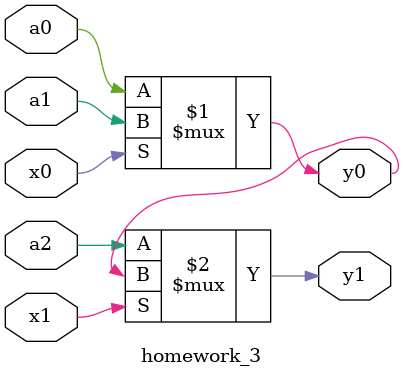
<source format=v>
module homework_3(
	input x0, x1,
	input a0, a1, a2,
	output y0, y1
	);

	assign y0 = x0 ? a1 : a0;
	assign y1 = x1 ? y0 : a2;
	
endmodule 
</source>
